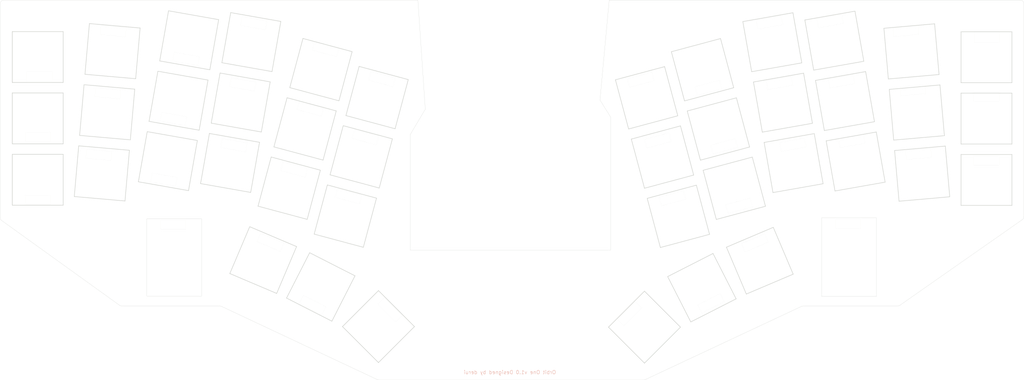
<source format=kicad_pcb>
(kicad_pcb (version 20241229) (generator "pcbnew") (generator_version "9.0")
  (layers (0 "F.Cu" signal) (2 "B.Cu" signal) (13 "F.Paste" user) (15 "B.Paste" user) (5 "F.SilkS" user "F.Silkscreen") (7 "B.SilkS" user "B.Silkscreen") (1 "F.Mask" user) (3 "B.Mask" user) (25 "Edge.Cuts" user))
  (net 0 "")
  (footprint "kbd_Parts:Diode_SMD_EdgeCuts" (layer "F.Cu") (at 193.034269 88.635332 -165)
    (property "Reference" "D24" (hide yes))
    (property "Value" "D" (hide yes))
    (fp_line (start 3.5 1.25) (end 3.5 -1.25) (stroke (width 0.01)) (layer "Edge.Cuts"))
    (fp_line (start 3.5 -1.25) (end -3.5 -1.25) (stroke (width 0.01)) (layer "Edge.Cuts"))
    (fp_line (start -3.5 1.25) (end 3.5 1.25) (stroke (width 0.01)) (layer "Edge.Cuts"))
    (fp_line (start -3.5 -1.25) (end -3.5 1.25) (stroke (width 0.01)) (layer "Edge.Cuts"))
  )
  (footprint "kicad-lib:SW_Hole_1u_17" (layer "F.Cu") (at 36.402092 64.802064 175)
    (property "Reference" "SW17" (hide yes))
    (property "Value" "SW_Push" (hide yes))
    (fp_line (start 7.025 -7.075) (end 7.025 7.025) (stroke (width 0.15)) (layer "Edge.Cuts"))
    (fp_line (start 7.025 7.025) (end -7.075 7.025) (stroke (width 0.15)) (layer "Edge.Cuts"))
    (fp_line (start -7.075 -7.075) (end 7.025 -7.075) (stroke (width 0.15)) (layer "Edge.Cuts"))
    (fp_line (start -7.075 7.025) (end -7.075 -7.075) (stroke (width 0.15)) (layer "Edge.Cuts"))
  )
  (footprint "kbd_Parts:Diode_SMD_EdgeCuts" (layer "F.Cu") (at 112.548319 55.63752 165)
    (property "Reference" "D1" (hide yes))
    (property "Value" "D" (hide yes))
    (fp_line (start 3.5 -1.25) (end -3.5 -1.25) (stroke (width 0.01)) (layer "Edge.Cuts"))
    (fp_line (start 3.5 1.25) (end 3.5 -1.25) (stroke (width 0.01)) (layer "Edge.Cuts"))
    (fp_line (start -3.5 -1.25) (end -3.5 1.25) (stroke (width 0.01)) (layer "Edge.Cuts"))
    (fp_line (start -3.5 1.25) (end 3.5 1.25) (stroke (width 0.01)) (layer "Edge.Cuts"))
  )
  (footprint "kbd_Parts:Diode_SMD_EdgeCuts" (layer "F.Cu") (at 92.734999 63.785002 165)
    (property "Reference" "D6" (hide yes))
    (property "Value" "D" (hide yes))
    (fp_line (start 3.5 -1.25) (end -3.5 -1.25) (stroke (width 0.01)) (layer "Edge.Cuts"))
    (fp_line (start 3.5 1.25) (end 3.5 -1.25) (stroke (width 0.01)) (layer "Edge.Cuts"))
    (fp_line (start -3.5 -1.25) (end -3.5 1.25) (stroke (width 0.01)) (layer "Edge.Cuts"))
    (fp_line (start -3.5 1.25) (end 3.5 1.25) (stroke (width 0.01)) (layer "Edge.Cuts"))
  )
  (footprint "kicad-lib:SW_Hole_1u_17" (layer "F.Cu") (at 194.63455 93.641738 -165)
    (property "Reference" "SW24" (hide yes))
    (property "Value" "SW_Push" (hide yes))
    (fp_line (start 7.025 7.025) (end -7.075 7.025) (stroke (width 0.15)) (layer "Edge.Cuts"))
    (fp_line (start 7.025 -7.075) (end 7.025 7.025) (stroke (width 0.15)) (layer "Edge.Cuts"))
    (fp_line (start -7.075 7.025) (end -7.075 -7.075) (stroke (width 0.15)) (layer "Edge.Cuts"))
    (fp_line (start -7.075 -7.075) (end 7.025 -7.075) (stroke (width 0.15)) (layer "Edge.Cuts"))
  )
  (footprint "kbd_Parts:Diode_SMD_EdgeCuts" (layer "F.Cu") (at 17.2 71.55 180)
    (property "Reference" "D20" (hide yes))
    (property "Value" "D" (hide yes))
    (fp_line (start 3.5 1.25) (end 3.5 -1.25) (stroke (width 0.01)) (layer "Edge.Cuts"))
    (fp_line (start 3.5 -1.25) (end -3.5 -1.25) (stroke (width 0.01)) (layer "Edge.Cuts"))
    (fp_line (start -3.5 1.25) (end 3.5 1.25) (stroke (width 0.01)) (layer "Edge.Cuts"))
    (fp_line (start -3.5 -1.25) (end -3.5 1.25) (stroke (width 0.01)) (layer "Edge.Cuts"))
  )
  (footprint "kicad-lib:SW_Hole_1u_17" (layer "F.Cu") (at 240.796445 61.702374 -170)
    (property "Reference" "SW35" (hide yes))
    (property "Value" "SW_Push" (hide yes))
    (fp_line (start 7.025 7.025) (end -7.075 7.025) (stroke (width 0.15)) (layer "Edge.Cuts"))
    (fp_line (start 7.025 -7.075) (end 7.025 7.025) (stroke (width 0.15)) (layer "Edge.Cuts"))
    (fp_line (start -7.075 7.025) (end -7.075 -7.075) (stroke (width 0.15)) (layer "Edge.Cuts"))
    (fp_line (start -7.075 -7.075) (end 7.025 -7.075) (stroke (width 0.15)) (layer "Edge.Cuts"))
  )
  (footprint "kbd_Parts:Diode_SMD_EdgeCuts" (layer "F.Cu") (at 215.841578 101.021281 -157)
    (property "Reference" "D33" (hide yes))
    (property "Value" "D" (hide yes))
    (fp_line (start 3.5 1.25) (end 3.5 -1.25) (stroke (width 0.01)) (layer "Edge.Cuts"))
    (fp_line (start 3.5 -1.25) (end -3.5 -1.25) (stroke (width 0.01)) (layer "Edge.Cuts"))
    (fp_line (start -3.5 1.25) (end 3.5 1.25) (stroke (width 0.01)) (layer "Edge.Cuts"))
    (fp_line (start -3.5 -1.25) (end -3.5 1.25) (stroke (width 0.01)) (layer "Edge.Cuts"))
  )
  (footprint "kbd_Parts:Diode_SMD_EdgeCuts" (layer "F.Cu") (at 38.114049 42.365896 175)
    (property "Reference" "D16" (hide yes))
    (property "Value" "D" (hide yes))
    (fp_line (start 3.5 -1.25) (end -3.5 -1.25) (stroke (width 0.01)) (layer "Edge.Cuts"))
    (fp_line (start 3.5 1.25) (end 3.5 -1.25) (stroke (width 0.01)) (layer "Edge.Cuts"))
    (fp_line (start -3.5 -1.25) (end -3.5 1.25) (stroke (width 0.01)) (layer "Edge.Cuts"))
    (fp_line (start -3.5 1.25) (end 3.5 1.25) (stroke (width 0.01)) (layer "Edge.Cuts"))
  )
  (footprint "kicad-lib:SW_Hole_1u_17" (layer "F.Cu") (at 262.182694 81.809278 -175)
    (property "Reference" "SW39" (hide yes))
    (property "Value" "SW_Push" (hide yes))
    (fp_line (start 7.025 7.025) (end -7.075 7.025) (stroke (width 0.15)) (layer "Edge.Cuts"))
    (fp_line (start 7.025 -7.075) (end 7.025 7.025) (stroke (width 0.15)) (layer "Edge.Cuts"))
    (fp_line (start -7.075 7.025) (end -7.075 -7.075) (stroke (width 0.15)) (layer "Edge.Cuts"))
    (fp_line (start -7.075 -7.075) (end 7.025 -7.075) (stroke (width 0.15)) (layer "Edge.Cuts"))
  )
  (footprint "kbd_Parts:Diode_SMD_EdgeCuts" (layer "F.Cu") (at 241.75 95.75 180)
    (property "Reference" "D46" (hide yes))
    (property "Value" "D" (hide yes))
    (fp_line (start 3.5 1.25) (end 3.5 -1.25) (stroke (width 0.01)) (layer "Edge.Cuts"))
    (fp_line (start 3.5 -1.25) (end -3.5 -1.25) (stroke (width 0.01)) (layer "Edge.Cuts"))
    (fp_line (start -3.5 1.25) (end 3.5 1.25) (stroke (width 0.01)) (layer "Edge.Cuts"))
    (fp_line (start -3.5 -1.25) (end -3.5 1.25) (stroke (width 0.01)) (layer "Edge.Cuts"))
  )
  (footprint "kicad-lib:SW_Hole_1u_17" (layer "F.Cu") (at 220.659892 45.401401 -170)
    (property "Reference" "SW30" (hide yes))
    (property "Value" "SW_Push" (hide yes))
    (fp_line (start 7.025 7.025) (end -7.075 7.025) (stroke (width 0.15)) (layer "Edge.Cuts"))
    (fp_line (start 7.025 -7.075) (end 7.025 7.025) (stroke (width 0.15)) (layer "Edge.Cuts"))
    (fp_line (start -7.075 7.025) (end -7.075 -7.075) (stroke (width 0.15)) (layer "Edge.Cuts"))
    (fp_line (start -7.075 -7.075) (end 7.025 -7.075) (stroke (width 0.15)) (layer "Edge.Cuts"))
  )
  (footprint "kicad-lib:SW_Hole_1u_17" (layer "F.Cu") (at 59.159752 44.912889 -10)
    (property "Reference" "SW13" (hide yes))
    (property "Value" "SW_Push" (hide yes))
    (fp_line (start -7.075 7.025) (end -7.075 -7.075) (stroke (width 0.15)) (layer "Edge.Cuts"))
    (fp_line (start -7.075 -7.075) (end 7.025 -7.075) (stroke (width 0.15)) (layer "Edge.Cuts"))
    (fp_line (start 7.025 7.025) (end -7.075 7.025) (stroke (width 0.15)) (layer "Edge.Cuts"))
    (fp_line (start 7.025 -7.075) (end 7.025 7.025) (stroke (width 0.15)) (layer "Edge.Cuts"))
  )
  (footprint "kicad-lib:SW_Hole_1u_17" (layer "F.Cu") (at 79.629636 105.741602 157)
    (property "Reference" "SW12" (hide yes))
    (property "Value" "SW_Push" (hide yes))
    (fp_line (start 7.025 -7.075) (end 7.025 7.025) (stroke (width 0.15)) (layer "Edge.Cuts"))
    (fp_line (start 7.025 7.025) (end -7.075 7.025) (stroke (width 0.15)) (layer "Edge.Cuts"))
    (fp_line (start -7.075 -7.075) (end 7.025 -7.075) (stroke (width 0.15)) (layer "Edge.Cuts"))
    (fp_line (start -7.075 7.025) (end -7.075 -7.075) (stroke (width 0.15)) (layer "Edge.Cuts"))
  )
  (footprint "kbd_Parts:Diode_SMD_EdgeCuts" (layer "F.Cu") (at 93.345321 118.240328 153)
    (property "Reference" "D8" (hide yes))
    (property "Value" "D" (hide yes))
    (fp_line (start 3.5 -1.25) (end -3.5 -1.25) (stroke (width 0.01)) (layer "Edge.Cuts"))
    (fp_line (start 3.5 1.25) (end 3.5 -1.25) (stroke (width 0.01)) (layer "Edge.Cuts"))
    (fp_line (start -3.5 -1.25) (end -3.5 1.25) (stroke (width 0.01)) (layer "Edge.Cuts"))
    (fp_line (start -3.5 1.25) (end 3.5 1.25) (stroke (width 0.01)) (layer "Edge.Cuts"))
  )
  (footprint "kbd_Parts:Diode_SMD_EdgeCuts" (layer "F.Cu") (at 107.947469 71.745603 165)
    (property "Reference" "D2" (hide yes))
    (property "Value" "D" (hide yes))
    (fp_line (start 3.5 -1.25) (end -3.5 -1.25) (stroke (width 0.01)) (layer "Edge.Cuts"))
    (fp_line (start 3.5 1.25) (end 3.5 -1.25) (stroke (width 0.01)) (layer "Edge.Cuts"))
    (fp_line (start -3.5 -1.25) (end -3.5 1.25) (stroke (width 0.01)) (layer "Edge.Cuts"))
    (fp_line (start -3.5 1.25) (end 3.5 1.25) (stroke (width 0.01)) (layer "Edge.Cuts"))
  )
  (footprint "kbd_Parts:Diode_SMD_EdgeCuts" (layer "F.Cu") (at 81.693977 100.87832 157)
    (property "Reference" "D12" (hide yes))
    (property "Value" "D" (hide yes))
    (fp_line (start 3.5 -1.25) (end -3.5 -1.25) (stroke (width 0.01)) (layer "Edge.Cuts"))
    (fp_line (start 3.5 1.25) (end 3.5 -1.25) (stroke (width 0.01)) (layer "Edge.Cuts"))
    (fp_line (start -3.5 -1.25) (end -3.5 1.25) (stroke (width 0.01)) (layer "Edge.Cuts"))
    (fp_line (start -3.5 1.25) (end 3.5 1.25) (stroke (width 0.01)) (layer "Edge.Cuts"))
  )
  (footprint "kicad-lib:SW_Hole_1u_17" (layer "F.Cu") (at 243.748464 78.444105 -170)
    (property "Reference" "SW36" (hide yes))
    (property "Value" "SW_Push" (hide yes))
    (fp_line (start 7.025 7.025) (end -7.075 7.025) (stroke (width 0.15)) (layer "Edge.Cuts"))
    (fp_line (start 7.025 -7.075) (end 7.025 7.025) (stroke (width 0.15)) (layer "Edge.Cuts"))
    (fp_line (start -7.075 7.025) (end -7.075 -7.075) (stroke (width 0.15)) (layer "Edge.Cuts"))
    (fp_line (start -7.075 -7.075) (end 7.025 -7.075) (stroke (width 0.15)) (layer "Edge.Cuts"))
  )
  (footprint "kicad-lib:SW_Hole_1u_17" (layer "F.Cu") (at 259.219399 47.938658 -175)
    (property "Reference" "SW37" (hide yes))
    (property "Value" "SW_Push" (hide yes))
    (fp_line (start 7.025 7.025) (end -7.075 7.025) (stroke (width 0.15)) (layer "Edge.Cuts"))
    (fp_line (start 7.025 -7.075) (end 7.025 7.025) (stroke (width 0.15)) (layer "Edge.Cuts"))
    (fp_line (start -7.075 7.025) (end -7.075 -7.075) (stroke (width 0.15)) (layer "Edge.Cuts"))
    (fp_line (start -7.075 -7.075) (end 7.025 -7.075) (stroke (width 0.15)) (layer "Edge.Cuts"))
  )
  (footprint "kicad-lib:SW_Hole_1u_17" (layer "F.Cu") (at 86.828443 85.828565 165)
    (property "Reference" "SW7" (hide yes))
    (property "Value" "SW_Push" (hide yes))
    (fp_line (start 7.025 -7.075) (end 7.025 7.025) (stroke (width 0.15)) (layer "Edge.Cuts"))
    (fp_line (start 7.025 7.025) (end -7.075 7.025) (stroke (width 0.15)) (layer "Edge.Cuts"))
    (fp_line (start -7.075 -7.075) (end 7.025 -7.075) (stroke (width 0.15)) (layer "Edge.Cuts"))
    (fp_line (start -7.075 7.025) (end -7.075 -7.075) (stroke (width 0.15)) (layer "Edge.Cuts"))
  )
  (footprint "kbd_Parts:Diode_SMD_EdgeCuts" (layer "F.Cu") (at 52.081921 83.469599 170)
    (property "Reference" "D15" (hide yes))
    (property "Value" "D" (hide yes))
    (fp_line (start 3.5 -1.25) (end -3.5 -1.25) (stroke (width 0.01)) (layer "Edge.Cuts"))
    (fp_line (start 3.5 1.25) (end 3.5 -1.25) (stroke (width 0.01)) (layer "Edge.Cuts"))
    (fp_line (start -3.5 -1.25) (end -3.5 1.25) (stroke (width 0.01)) (layer "Edge.Cuts"))
    (fp_line (start -3.5 1.25) (end 3.5 1.25) (stroke (width 0.01)) (layer "Edge.Cuts"))
  )
  (footprint "kbd_Parts:Diode_SMD_EdgeCuts" (layer "F.Cu") (at 74.014306 57.127929 170)
    (property "Reference" "D10" (hide yes))
    (property "Value" "D" (hide yes))
    (fp_line (start 3.5 -1.25) (end -3.5 -1.25) (stroke (width 0.01)) (layer "Edge.Cuts"))
    (fp_line (start 3.5 1.25) (end 3.5 -1.25) (stroke (width 0.01)) (layer "Edge.Cuts"))
    (fp_line (start -3.5 -1.25) (end -3.5 1.25) (stroke (width 0.01)) (layer "Edge.Cuts"))
    (fp_line (start -3.5 1.25) (end 3.5 1.25) (stroke (width 0.01)) (layer "Edge.Cuts"))
  )
  (footprint "kbd_Parts:Diode_SMD_EdgeCuts" (layer "F.Cu") (at 280.1 44.25 180)
    (property "Reference" "D40" (hide yes))
    (property "Value" "D" (hide yes))
    (fp_line (start 3.5 1.25) (end 3.5 -1.25) (stroke (width 0.01)) (layer "Edge.Cuts"))
    (fp_line (start 3.5 -1.25) (end -3.5 -1.25) (stroke (width 0.01)) (layer "Edge.Cuts"))
    (fp_line (start -3.5 1.25) (end 3.5 1.25) (stroke (width 0.01)) (layer "Edge.Cuts"))
    (fp_line (start -3.5 -1.25) (end -3.5 1.25) (stroke (width 0.01)) (layer "Edge.Cuts"))
  )
  (footprint "kicad-lib:SW_Hole_1u_17" (layer "F.Cu") (at 280 66.55 180)
    (property "Reference" "SW41" (hide yes))
    (property "Value" "SW_Push" (hide yes))
    (fp_line (start 7.025 7.025) (end -7.075 7.025) (stroke (width 0.15)) (layer "Edge.Cuts"))
    (fp_line (start 7.025 -7.075) (end 7.025 7.025) (stroke (width 0.15)) (layer "Edge.Cuts"))
    (fp_line (start -7.075 7.025) (end -7.075 -7.075) (stroke (width 0.15)) (layer "Edge.Cuts"))
    (fp_line (start -7.075 -7.075) (end 7.025 -7.075) (stroke (width 0.15)) (layer "Edge.Cuts"))
  )
  (footprint "kicad-lib:SW_Hole_1u_17" (layer "F.Cu") (at 111.184037 60.729085 165)
    (property "Reference" "SW1" (hide yes))
    (property "Value" "SW_Push" (hide yes))
    (fp_line (start 7.025 -7.075) (end 7.025 7.025) (stroke (width 0.15)) (layer "Edge.Cuts"))
    (fp_line (start 7.025 7.025) (end -7.075 7.025) (stroke (width 0.15)) (layer "Edge.Cuts"))
    (fp_line (start -7.075 -7.075) (end 7.025 -7.075) (stroke (width 0.15)) (layer "Edge.Cuts"))
    (fp_line (start -7.075 7.025) (end -7.075 -7.075) (stroke (width 0.15)) (layer "Edge.Cuts"))
  )
  (footprint "kicad-lib:SW_Hole_1u_17" (layer "F.Cu") (at 73.392267 62.09538 170)
    (property "Reference" "SW10" (hide yes))
    (property "Value" "SW_Push" (hide yes))
    (fp_line (start 7.025 -7.075) (end 7.025 7.025) (stroke (width 0.15)) (layer "Edge.Cuts"))
    (fp_line (start 7.025 7.025) (end -7.075 7.025) (stroke (width 0.15)) (layer "Edge.Cuts"))
    (fp_line (start -7.075 -7.075) (end 7.025 -7.075) (stroke (width 0.15)) (layer "Edge.Cuts"))
    (fp_line (start -7.075 7.025) (end -7.075 -7.075) (stroke (width 0.15)) (layer "Edge.Cuts"))
  )
  (footprint "kbd_Parts:Diode_SMD_EdgeCuts" (layer "F.Cu") (at 77.009737 40.139995 170)
    (property "Reference" "D9" (hide yes))
    (property "Value" "D" (hide yes))
    (fp_line (start 3.5 -1.25) (end -3.5 -1.25) (stroke (width 0.01)) (layer "Edge.Cuts"))
    (fp_line (start 3.5 1.25) (end 3.5 -1.25) (stroke (width 0.01)) (layer "Edge.Cuts"))
    (fp_line (start -3.5 -1.25) (end -3.5 1.25) (stroke (width 0.01)) (layer "Edge.Cuts"))
    (fp_line (start -3.5 1.25) (end 3.5 1.25) (stroke (width 0.01)) (layer "Edge.Cuts"))
  )
  (footprint "kicad-lib:SW_Hole_1u_17" (layer "F.Cu") (at 185.242242 124.358398 -135)
    (property "Reference" "SW25" (hide yes))
    (property "Value" "SW_Push" (hide yes))
    (fp_line (start 7.025 7.025) (end -7.075 7.025001) (stroke (width 0.15)) (layer "Edge.Cuts"))
    (fp_line (start -7.075 7.025001) (end -7.075 -7.075) (stroke (width 0.15)) (layer "Edge.Cuts"))
    (fp_line (start 7.025001 -7.075) (end 7.025 7.025) (stroke (width 0.15)) (layer "Edge.Cuts"))
    (fp_line (start -7.075 -7.075) (end 7.025001 -7.075) (stroke (width 0.15)) (layer "Edge.Cuts"))
  )
  (footprint "kbd_Parts:Diode_SMD_EdgeCuts" (layer "F.Cu") (at 222.656846 56.72669 -170)
    (property "Reference" "D31" (hide yes))
    (property "Value" "D" (hide yes))
    (fp_line (start 3.5 1.25) (end 3.5 -1.25) (stroke (width 0.01)) (layer "Edge.Cuts"))
    (fp_line (start 3.5 -1.25) (end -3.5 -1.25) (stroke (width 0.01)) (layer "Edge.Cuts"))
    (fp_line (start -3.5 1.25) (end 3.5 1.25) (stroke (width 0.01)) (layer "Edge.Cuts"))
    (fp_line (start -3.5 -1.25) (end -3.5 1.25) (stroke (width 0.01)) (layer "Edge.Cuts"))
  )
  (footprint "kicad-lib:SW_Hole_1u_17" (layer "F.Cu") (at 102.38419 93.570563 165)
    (property "Reference" "SW3" (hide yes))
    (property "Value" "SW_Push" (hide yes))
    (fp_line (start 7.025 -7.075) (end 7.025 7.025) (stroke (width 0.15)) (layer "Edge.Cuts"))
    (fp_line (start 7.025 7.025) (end -7.075 7.025) (stroke (width 0.15)) (layer "Edge.Cuts"))
    (fp_line (start -7.075 -7.075) (end 7.025 -7.075) (stroke (width 0.15)) (layer "Edge.Cuts"))
    (fp_line (start -7.075 7.025) (end -7.075 -7.075) (stroke (width 0.15)) (layer "Edge.Cuts"))
  )
  (footprint "kbd_Parts:Diode_SMD_EdgeCuts" (layer "F.Cu") (at 189.005236 72.632851 -165)
    (property "Reference" "D23" (hide yes))
    (property "Value" "D" (hide yes))
    (fp_line (start 3.5 1.25) (end 3.5 -1.25) (stroke (width 0.01)) (layer "Edge.Cuts"))
    (fp_line (start 3.5 -1.25) (end -3.5 -1.25) (stroke (width 0.01)) (layer "Edge.Cuts"))
    (fp_line (start -3.5 1.25) (end 3.5 1.25) (stroke (width 0.01)) (layer "Edge.Cuts"))
    (fp_line (start -3.5 -1.25) (end -3.5 1.25) (stroke (width 0.01)) (layer "Edge.Cuts"))
  )
  (footprint "kicad-lib:SW_Hole_1u_17" (layer "F.Cu") (at 17.2 83.55)
    (property "Reference" "SW21" (hide yes))
    (property "Value" "SW_Push" (hide yes))
    (fp_line (start -7.075 -7.075) (end 7.025 -7.075) (stroke (width 0.15)) (layer "Edge.Cuts"))
    (fp_line (start -7.075 7.025) (end -7.075 -7.075) (stroke (width 0.15)) (layer "Edge.Cuts"))
    (fp_line (start 7.025 -7.075) (end 7.025 7.025) (stroke (width 0.15)) (layer "Edge.Cuts"))
    (fp_line (start 7.025 7.025) (end -7.075 7.025) (stroke (width 0.15)) (layer "Edge.Cuts"))
  )
  (footprint "kicad-lib:SW_Hole_1u_17" (layer "F.Cu") (at 106.784115 77.149824 165)
    (property "Reference" "SW2" (hide yes))
    (property "Value" "SW_Push" (hide yes))
    (fp_line (start 7.025 -7.075) (end 7.025 7.025) (stroke (width 0.15)) (layer "Edge.Cuts"))
    (fp_line (start 7.025 7.025) (end -7.075 7.025) (stroke (width 0.15)) (layer "Edge.Cuts"))
    (fp_line (start -7.075 -7.075) (end 7.025 -7.075) (stroke (width 0.15)) (layer "Edge.Cuts"))
    (fp_line (start -7.075 7.025) (end -7.075 -7.075) (stroke (width 0.15)) (layer "Edge.Cuts"))
  )
  (footprint "kicad-lib:SW_Hole_1u_17" (layer "F.Cu") (at 210.190297 85.89974 15)
    (property "Reference" "SW28" (hide yes))
    (property "Value" "SW_Push" (hide yes))
    (fp_line (start -7.075 -7.075) (end 7.025 -7.075) (stroke (width 0.15)) (layer "Edge.Cuts"))
    (fp_line (start -7.075 7.025) (end -7.075 -7.075) (stroke (width 0.15)) (layer "Edge.Cuts"))
    (fp_line (start 7.025 -7.075) (end 7.025 7.025) (stroke (width 0.15)) (layer "Edge.Cuts"))
    (fp_line (start 7.025 7.025) (end -7.075 7.025) (stroke (width 0.15)) (layer "Edge.Cuts"))
  )
  (footprint "kbd_Parts:Diode_SMD_EdgeCuts" (layer "F.Cu") (at 219.951028 39.941546 -170)
    (property "Reference" "D30" (hide yes))
    (property "Value" "D" (hide yes))
    (fp_line (start 3.5 1.25) (end 3.5 -1.25) (stroke (width 0.01)) (layer "Edge.Cuts"))
    (fp_line (start 3.5 -1.25) (end -3.5 -1.25) (stroke (width 0.01)) (layer "Edge.Cuts"))
    (fp_line (start -3.5 1.25) (end 3.5 1.25) (stroke (width 0.01)) (layer "Edge.Cuts"))
    (fp_line (start -3.5 -1.25) (end -3.5 1.25) (stroke (width 0.01)) (layer "Edge.Cuts"))
  )
  (footprint "kbd_Parts:Diode_SMD_EdgeCuts" (layer "F.Cu") (at 103.306065 88.101637 165)
    (property "Reference" "D3" (hide yes))
    (property "Value" "D" (hide yes))
    (fp_line (start 3.5 -1.25) (end -3.5 -1.25) (stroke (width 0.01)) (layer "Edge.Cuts"))
    (fp_line (start 3.5 1.25) (end 3.5 -1.25) (stroke (width 0.01)) (layer "Edge.Cuts"))
    (fp_line (start -3.5 -1.25) (end -3.5 1.25) (stroke (width 0.01)) (layer "Edge.Cuts"))
    (fp_line (start -3.5 1.25) (end 3.5 1.25) (stroke (width 0.01)) (layer "Edge.Cuts"))
  )
  (footprint "kbd_Parts:Diode_SMD_EdgeCuts" (layer "F.Cu") (at 261.20524 76.373785 -175)
    (property "Reference" "D39" (hide yes))
    (property "Value" "D" (hide yes))
    (fp_line (start 3.5 1.25) (end 3.5 -1.25) (stroke (width 0.01)) (layer "Edge.Cuts"))
    (fp_line (start 3.5 -1.25) (end -3.5 -1.25) (stroke (width 0.01)) (layer "Edge.Cuts"))
    (fp_line (start -3.5 1.25) (end 3.5 1.25) (stroke (width 0.01)) (layer "Edge.Cuts"))
    (fp_line (start -3.5 -1.25) (end -3.5 1.25) (stroke (width 0.01)) (layer "Edge.Cuts"))
  )
  (footprint "kicad-lib:SW_Hole_1u_17" (layer "F.Cu") (at 226.56393 78.884865 -170)
    (property "Reference" "SW32" (hide yes))
    (property "Value" "SW_Push" (hide yes))
    (fp_line (start 7.025 7.025) (end -7.075 7.025) (stroke (width 0.15)) (layer "Edge.Cuts"))
    (fp_line (start 7.025 -7.075) (end 7.025 7.025) (stroke (width 0.15)) (layer "Edge.Cuts"))
    (fp_line (start -7.075 7.025) (end -7.075 -7.075) (stroke (width 0.15)) (layer "Edge.Cuts"))
    (fp_line (start -7.075 -7.075) (end 7.025 -7.075) (stroke (width 0.15)) (layer "Edge.Cuts"))
  )
  (footprint "kbd_Parts:Diode_SMD_EdgeCuts" (layer "F.Cu") (at 71.554691 73.956485 170)
    (property "Reference" "D11" (hide yes))
    (property "Value" "D" (hide yes))
    (fp_line (start 3.5 -1.25) (end -3.5 -1.25) (stroke (width 0.01)) (layer "Edge.Cuts"))
    (fp_line (start 3.5 1.25) (end 3.5 -1.25) (stroke (width 0.01)) (layer "Edge.Cuts"))
    (fp_line (start -3.5 -1.25) (end -3.5 1.25) (stroke (width 0.01)) (layer "Edge.Cuts"))
    (fp_line (start -3.5 1.25) (end 3.5 1.25) (stroke (width 0.01)) (layer "Edge.Cuts"))
  )
  (footprint "kicad-lib:SW_Hole_1u_17" (layer "F.Cu") (at 70.440248 78.837111 170)
    (property "Reference" "SW11" (hide yes))
    (property "Value" "SW_Push" (hide yes))
    (fp_line (start 7.025 -7.075) (end 7.025 7.025) (stroke (width 0.15)) (layer "Edge.Cuts"))
    (fp_line (start 7.025 7.025) (end -7.075 7.025) (stroke (width 0.15)) (layer "Edge.Cuts"))
    (fp_line (start -7.075 -7.075) (end 7.025 -7.075) (stroke (width 0.15)) (layer "Edge.Cuts"))
    (fp_line (start -7.075 7.025) (end -7.075 -7.075) (stroke (width 0.15)) (layer "Edge.Cuts"))
  )
  (footprint "kicad-lib:SW_Hole_1u_17" (layer "F.Cu") (at 17.2 49.55)
    (property "Reference" "SW19" (hide yes))
    (property "Value" "SW_Push" (hide yes))
    (fp_line (start -7.075 -7.075) (end 7.025 -7.075) (stroke (width 0.15)) (layer "Edge.Cuts"))
    (fp_line (start -7.075 7.025) (end -7.075 -7.075) (stroke (width 0.15)) (layer "Edge.Cuts"))
    (fp_line (start 7.025 -7.075) (end 7.025 7.025) (stroke (width 0.15)) (layer "Edge.Cuts"))
    (fp_line (start 7.025 7.025) (end -7.075 7.025) (stroke (width 0.15)) (layer "Edge.Cuts"))
  )
  (footprint "kicad-lib:SW_Hole_1u_17" (layer "F.Cu") (at 91.228367 69.407826 165)
    (property "Reference" "SW6" (hide yes))
    (property "Value" "SW_Push" (hide yes))
    (fp_line (start 7.025 -7.075) (end 7.025 7.025) (stroke (width 0.15)) (layer "Edge.Cuts"))
    (fp_line (start 7.025 7.025) (end -7.075 7.025) (stroke (width 0.15)) (layer "Edge.Cuts"))
    (fp_line (start -7.075 -7.075) (end 7.025 -7.075) (stroke (width 0.15)) (layer "Edge.Cuts"))
    (fp_line (start -7.075 7.025) (end -7.075 -7.075) (stroke (width 0.15)) (layer "Edge.Cuts"))
  )
  (footprint "kbd_Parts:Diode_SMD_EdgeCuts" (layer "F.Cu") (at 236.721944 39.573719 -170)
    (property "Reference" "D34" (hide yes))
    (property "Value" "D" (hide yes))
    (fp_line (start 3.5 1.25) (end 3.5 -1.25) (stroke (width 0.01)) (layer "Edge.Cuts"))
    (fp_line (start 3.5 -1.25) (end -3.5 -1.25) (stroke (width 0.01)) (layer "Edge.Cuts"))
    (fp_line (start -3.5 1.25) (end 3.5 1.25) (stroke (width 0.01)) (layer "Edge.Cuts"))
    (fp_line (start -3.5 -1.25) (end -3.5 1.25) (stroke (width 0.01)) (layer "Edge.Cuts"))
  )
  (footprint "kbd_Parts:Diode_SMD_EdgeCuts" (layer "F.Cu") (at 54.787738 66.684455 170)
    (property "Reference" "D14" (hide yes))
    (property "Value" "D" (hide yes))
    (fp_line (start 3.5 -1.25) (end -3.5 -1.25) (stroke (width 0.01)) (layer "Edge.Cuts"))
    (fp_line (start 3.5 1.25) (end 3.5 -1.25) (stroke (width 0.01)) (layer "Edge.Cuts"))
    (fp_line (start -3.5 -1.25) (end -3.5 1.25) (stroke (width 0.01)) (layer "Edge.Cuts"))
    (fp_line (start -3.5 1.25) (end 3.5 1.25) (stroke (width 0.01)) (layer "Edge.Cuts"))
  )
  (footprint "kbd_Parts:Diode_SMD_EdgeCuts" (layer "F.Cu") (at 242.725367 72.785802 -170)
    (property "Reference" "D36" (hide yes))
    (property "Value" "D" (hide yes))
    (fp_line (start 3.5 1.25) (end 3.5 -1.25) (stroke (width 0.01)) (layer "Edge.Cuts"))
    (fp_line (start 3.5 -1.25) (end -3.5 -1.25) (stroke (width 0.01)) (layer "Edge.Cuts"))
    (fp_line (start -3.5 1.25) (end 3.5 1.25) (stroke (width 0.01)) (layer "Edge.Cuts"))
    (fp_line (start -3.5 -1.25) (end -3.5 1.25) (stroke (width 0.01)) (layer "Edge.Cuts"))
  )
  (footprint "kicad-lib:SW_Hole_1u_17" (layer "F.Cu") (at 95.628292 52.987087 165)
    (property "Reference" "SW5" (hide yes))
    (property "Value" "SW_Push" (hide yes))
    (fp_line (start 7.025 -7.075) (end 7.025 7.025) (stroke (width 0.15)) (layer "Edge.Cuts"))
    (fp_line (start 7.025 7.025) (end -7.075 7.025) (stroke (width 0.15)) (layer "Edge.Cuts"))
    (fp_line (start -7.075 -7.075) (end 7.025 -7.075) (stroke (width 0.15)) (layer "Edge.Cuts"))
    (fp_line (start -7.075 7.025) (end -7.075 -7.075) (stroke (width 0.15)) (layer "Edge.Cuts"))
  )
  (footprint "kicad-lib:SW_Hole_1u_17" (layer "F.Cu") (at 237.844426 44.960642 -170)
    (property "Reference" "SW34" (hide yes))
    (property "Value" "SW_Push" (hide yes))
    (fp_line (start 7.025 7.025) (end -7.075 7.025) (stroke (width 0.15)) (layer "Edge.Cuts"))
    (fp_line (start 7.025 -7.075) (end 7.025 7.025) (stroke (width 0.15)) (layer "Edge.Cuts"))
    (fp_line (start -7.075 7.025) (end -7.075 -7.075) (stroke (width 0.15)) (layer "Edge.Cuts"))
    (fp_line (start -7.075 -7.075) (end 7.025 -7.075) (stroke (width 0.15)) (layer "Edge.Cuts"))
  )
  (footprint "kicad-lib:SW_Hole_1u_17" (layer "F.Cu") (at 34.920446 81.737374 175)
    (property "Reference" "SW18" (hide yes))
    (property "Value" "SW_Push" (hide yes))
    (fp_line (start 7.025 -7.075) (end 7.025 7.025) (stroke (width 0.15)) (layer "Edge.Cuts"))
    (fp_line (start 7.025 7.025) (end -7.075 7.025) (stroke (width 0.15)) (layer "Edge.Cuts"))
    (fp_line (start -7.075 -7.075) (end 7.025 -7.075) (stroke (width 0.15)) (layer "Edge.Cuts"))
    (fp_line (start -7.075 7.025) (end -7.075 -7.075) (stroke (width 0.15)) (layer "Edge.Cuts"))
  )
  (footprint "kicad-lib:SW_Hole_1u_17" (layer "F.Cu") (at 17.2 66.55)
    (property "Reference" "SW20" (hide yes))
    (property "Value" "SW_Push" (hide yes))
    (fp_line (start -7.075 -7.075) (end 7.025 -7.075) (stroke (width 0.15)) (layer "Edge.Cuts"))
    (fp_line (start -7.075 7.025) (end -7.075 -7.075) (stroke (width 0.15)) (layer "Edge.Cuts"))
    (fp_line (start 7.025 -7.075) (end 7.025 7.025) (stroke (width 0.15)) (layer "Edge.Cuts"))
    (fp_line (start 7.025 7.025) (end -7.075 7.025) (stroke (width 0.15)) (layer "Edge.Cuts"))
  )
  (footprint "kbd_Parts:Diode_SMD_EdgeCuts" (layer "F.Cu") (at 202.990731 58.064668 -165)
    (property "Reference" "D26" (hide yes))
    (property "Value" "D" (hide yes))
    (fp_line (start 3.5 1.25) (end 3.5 -1.25) (stroke (width 0.01)) (layer "Edge.Cuts"))
    (fp_line (start 3.5 -1.25) (end -3.5 -1.25) (stroke (width 0.01)) (layer "Edge.Cuts"))
    (fp_line (start -3.5 1.25) (end 3.5 1.25) (stroke (width 0.01)) (layer "Edge.Cuts"))
    (fp_line (start -3.5 -1.25) (end -3.5 1.25) (stroke (width 0.01)) (layer "Edge.Cuts"))
  )
  (footprint "kbd_Parts:Diode_SMD_EdgeCuts" (layer "F.Cu") (at 239.81676 56.290272 -170)
    (property "Reference" "D35" (hide yes))
    (property "Value" "D" (hide yes))
    (fp_line (start 3.5 1.25) (end 3.5 -1.25) (stroke (width 0.01)) (layer "Edge.Cuts"))
    (fp_line (start 3.5 -1.25) (end -3.5 -1.25) (stroke (width 0.01)) (layer "Edge.Cuts"))
    (fp_line (start -3.5 1.25) (end 3.5 1.25) (stroke (width 0.01)) (layer "Edge.Cuts"))
    (fp_line (start -3.5 -1.25) (end -3.5 1.25) (stroke (width 0.01)) (layer "Edge.Cuts"))
  )
  (footprint "kbd_Parts:Diode_SMD_EdgeCuts" (layer "F.Cu") (at 211.484392 90.729369 -165)
    (property "Reference" "D28" (hide yes))
    (property "Value" "D" (hide yes))
    (fp_line (start 3.5 1.25) (end 3.5 -1.25) (stroke (width 0.01)) (layer "Edge.Cuts"))
    (fp_line (start 3.5 -1.25) (end -3.5 -1.25) (stroke (width 0.01)) (layer "Edge.Cuts"))
    (fp_line (start -3.5 1.25) (end 3.5 1.25) (stroke (width 0.01)) (layer "Edge.Cuts"))
    (fp_line (start -3.5 -1.25) (end -3.5 1.25) (stroke (width 0.01)) (layer "Edge.Cuts"))
  )
  (footprint "kicad-lib:SW_Hole_1u_17" (layer "F.Cu") (at 201.39045 53.058262 15)
    (property "Reference" "SW26" (hide yes))
    (property "Value" "SW_Push" (hide yes))
    (fp_line (start -7.075 -7.075) (end 7.025 -7.075) (stroke (width 0.15)) (layer "Edge.Cuts"))
    (fp_line (start -7.075 7.025) (end -7.075 -7.075) (stroke (width 0.15)) (layer "Edge.Cuts"))
    (fp_line (start 7.025 -7.075) (end 7.025 7.025) (stroke (width 0.15)) (layer "Edge.Cuts"))
    (fp_line (start 7.025 7.025) (end -7.075 7.025) (stroke (width 0.15)) (layer "Edge.Cuts"))
  )
  (footprint "kicad-lib:SW_Hole_1u_17" (layer "F.Cu") (at 223.611911 62.143133 -170)
    (property "Reference" "SW31" (hide yes))
    (property "Value" "SW_Push" (hide yes))
    (fp_line (start 7.025 7.025) (end -7.075 7.025) (stroke (width 0.15)) (layer "Edge.Cuts"))
    (fp_line (start 7.025 -7.075) (end 7.025 7.025) (stroke (width 0.15)) (layer "Edge.Cuts"))
    (fp_line (start -7.075 7.025) (end -7.075 -7.075) (stroke (width 0.15)) (layer "Edge.Cuts"))
    (fp_line (start -7.075 -7.075) (end 7.025 -7.075) (stroke (width 0.15)) (layer "Edge.Cuts"))
  )
  (footprint "kbd_Parts:Diode_SMD_EdgeCuts" (layer "F.Cu") (at 280 78.25 180)
    (property "Reference" "D42" (hide yes))
    (property "Value" "D" (hide yes))
    (fp_line (start 3.5 1.25) (end 3.5 -1.25) (stroke (width 0.01)) (layer "Edge.Cuts"))
    (fp_line (start 3.5 -1.25) (end -3.5 -1.25) (stroke (width 0.01)) (layer "Edge.Cuts"))
    (fp_line (start -3.5 1.25) (end 3.5 1.25) (stroke (width 0.01)) (layer "Edge.Cuts"))
    (fp_line (start -3.5 -1.25) (end -3.5 1.25) (stroke (width 0.01)) (layer "Edge.Cuts"))
  )
  (footprint "kicad-lib:SW_Hole_1u_17" (layer "F.Cu") (at 260.701046 64.873968 -175)
    (property "Reference" "SW38" (hide yes))
    (property "Value" "SW_Push" (hide yes))
    (fp_line (start 7.025 7.025) (end -7.075 7.025) (stroke (width 0.15)) (layer "Edge.Cuts"))
    (fp_line (start 7.025 -7.075) (end 7.025 7.025) (stroke (width 0.15)) (layer "Edge.Cuts"))
    (fp_line (start -7.075 7.025) (end -7.075 -7.075) (stroke (width 0.15)) (layer "Edge.Cuts"))
    (fp_line (start -7.075 -7.075) (end 7.025 -7.075) (stroke (width 0.15)) (layer "Edge.Cuts"))
  )
  (footprint "kbd_Parts:Diode_SMD_EdgeCuts" (layer "F.Cu") (at 54.75 96 180)
    (property "Reference" "D45" (hide yes))
    (property "Value" "D" (hide yes))
    (fp_line (start 3.5 1.25) (end 3.5 -1.25) (stroke (width 0.01)) (layer "Edge.Cuts"))
    (fp_line (start 3.5 -1.25) (end -3.5 -1.25) (stroke (width 0.01)) (layer "Edge.Cuts"))
    (fp_line (start -3.5 1.25) (end 3.5 1.25) (stroke (width 0.01)) (layer "Edge.Cuts"))
    (fp_line (start -3.5 -1.25) (end -3.5 1.25) (stroke (width 0.01)) (layer "Edge.Cuts"))
  )
  (footprint "kbd_Parts:Diode_SMD_EdgeCuts" (layer "F.Cu") (at 36.585708 59.548074 175)
    (property "Reference" "D17" (hide yes))
    (property "Value" "D" (hide yes))
    (fp_line (start 3.5 -1.25) (end -3.5 -1.25) (stroke (width 0.01)) (layer "Edge.Cuts"))
    (fp_line (start 3.5 1.25) (end 3.5 -1.25) (stroke (width 0.01)) (layer "Edge.Cuts"))
    (fp_line (start -3.5 -1.25) (end -3.5 1.25) (stroke (width 0.01)) (layer "Edge.Cuts"))
    (fp_line (start -3.5 1.25) (end 3.5 1.25) (stroke (width 0.01)) (layer "Edge.Cuts"))
  )
  (footprint "kbd_Parts:Diode_SMD_EdgeCuts" (layer "F.Cu") (at 280 60.5 180)
    (property "Reference" "D41" (hide yes))
    (property "Value" "D" (hide yes))
    (fp_line (start 3.5 1.25) (end 3.5 -1.25) (stroke (width 0.01)) (layer "Edge.Cuts"))
    (fp_line (start 3.5 -1.25) (end -3.5 -1.25) (stroke (width 0.01)) (layer "Edge.Cuts"))
    (fp_line (start -3.5 1.25) (end 3.5 1.25) (stroke (width 0.01)) (layer "Edge.Cuts"))
    (fp_line (start -3.5 -1.25) (end -3.5 1.25) (stroke (width 0.01)) (layer "Edge.Cuts"))
  )
  (footprint "kbd_Parts:Diode_SMD_EdgeCuts" (layer "F.Cu") (at 17.675 54.8 180)
    (property "Reference" "D19" (hide yes))
    (property "Value" "D" (hide yes))
    (fp_line (start 3.5 1.25) (end 3.5 -1.25) (stroke (width 0.01)) (layer "Edge.Cuts"))
    (fp_line (start 3.5 -1.25) (end -3.5 -1.25) (stroke (width 0.01)) (layer "Edge.Cuts"))
    (fp_line (start -3.5 1.25) (end 3.5 1.25) (stroke (width 0.01)) (layer "Edge.Cuts"))
    (fp_line (start -3.5 -1.25) (end -3.5 1.25) (stroke (width 0.01)) (layer "Edge.Cuts"))
  )
  (footprint "kicad-lib:SW_Hole_1u_17" (layer "F.Cu") (at 185.834703 60.80026 -165)
    (property "Reference" "SW22" (hide yes))
    (property "Value" "SW_Push" (hide yes))
    (fp_line (start 7.025 7.025) (end -7.075 7.025) (stroke (width 0.15)) (layer "Edge.Cuts"))
    (fp_line (start 7.025 -7.075) (end 7.025 7.025) (stroke (width 0.15)) (layer "Edge.Cuts"))
    (fp_line (start -7.075 7.025) (end -7.075 -7.075) (stroke (width 0.15)) (layer "Edge.Cuts"))
    (fp_line (start -7.075 -7.075) (end 7.025 -7.075) (stroke (width 0.15)) (layer "Edge.Cuts"))
  )
  (footprint "kicad-lib:SW_Hole_1u_17" (layer "F.Cu") (at 201.217017 113.444056 27)
    (property "Reference" "SW29" (hide yes))
    (property "Value" "SW_Push" (hide yes))
    (fp_line (start -7.075 -7.075) (end 7.025 -7.075) (stroke (width 0.15)) (layer "Edge.Cuts"))
    (fp_line (start -7.075 7.025) (end -7.075 -7.075) (stroke (width 0.15)) (layer "Edge.Cuts"))
    (fp_line (start 7.025 -7.075) (end 7.025 7.025) (stroke (width 0.15)) (layer "Edge.Cuts"))
    (fp_line (start 7.025 7.025) (end -7.075 7.025) (stroke (width 0.15)) (layer "Edge.Cuts"))
  )
  (footprint "kbd_Parts:Diode_SMD_EdgeCuts" (layer "F.Cu") (at 17.2 89.05 180)
    (property "Reference" "D21" (hide yes))
    (property "Value" "D" (hide yes))
    (fp_line (start 3.5 1.25) (end 3.5 -1.25) (stroke (width 0.01)) (layer "Edge.Cuts"))
    (fp_line (start 3.5 -1.25) (end -3.5 -1.25) (stroke (width 0.01)) (layer "Edge.Cuts"))
    (fp_line (start -3.5 1.25) (end 3.5 1.25) (stroke (width 0.01)) (layer "Edge.Cuts"))
    (fp_line (start -3.5 -1.25) (end -3.5 1.25) (stroke (width 0.01)) (layer "Edge.Cuts"))
  )
  (footprint "kicad-lib:SW_Hole_1u_17" (layer "F.Cu") (at 111.579185 124.170287 135)
    (property "Reference" "SW4" (hide yes))
    (property "Value" "SW_Push" (hide yes))
    (fp_line (start 7.025001 -7.075) (end 7.025 7.025) (stroke (width 0.15)) (layer "Edge.Cuts"))
    (fp_line (start 7.025 7.025) (end -7.075 7.025001) (stroke (width 0.15)) (layer "Edge.Cuts"))
    (fp_line (start -7.075 -7.075) (end 7.025001 -7.075) (stroke (width 0.15)) (layer "Edge.Cuts"))
    (fp_line (start -7.075 7.025001) (end -7.075 -7.075) (stroke (width 0.15)) (layer "Edge.Cuts"))
  )
  (footprint "kicad-lib:SW_Hole_1u_17" (layer "F.Cu") (at 37.88374 47.866754 175)
    (property "Reference" "SW16" (hide yes))
    (property "Value" "SW_Push" (hide yes))
    (fp_line (start 7.025 -7.075) (end 7.025 7.025) (stroke (width 0.15)) (layer "Edge.Cuts"))
    (fp_line (start 7.025 7.025) (end -7.075 7.025) (stroke (width 0.15)) (layer "Edge.Cuts"))
    (fp_line (start -7.075 -7.075) (end 7.025 -7.075) (stroke (width 0.15)) (layer "Edge.Cuts"))
    (fp_line (start -7.075 7.025) (end -7.075 -7.075) (stroke (width 0.15)) (layer "Edge.Cuts"))
  )
  (footprint "kicad-lib:SW_Hole_1u_17" (layer "F.Cu") (at 53.255714 78.396352 -10)
    (property "Reference" "SW15" (hide yes))
    (property "Value" "SW_Push" (hide yes))
    (fp_line (start -7.075 7.025) (end -7.075 -7.075) (stroke (width 0.15)) (layer "Edge.Cuts"))
    (fp_line (start -7.075 -7.075) (end 7.025 -7.075) (stroke (width 0.15)) (layer "Edge.Cuts"))
    (fp_line (start 7.025 7.025) (end -7.075 7.025) (stroke (width 0.15)) (layer "Edge.Cuts"))
    (fp_line (start 7.025 -7.075) (end 7.025 7.025) (stroke (width 0.15)) (layer "Edge.Cuts"))
  )
  (footprint "kicad-lib:SW_Hole_1u_17" (layer "F.Cu") (at 280 83.55 180)
    (property "Reference" "SW42" (hide yes))
    (property "Value" "SW_Push" (hide yes))
    (fp_line (start 7.025 7.025) (end -7.075 7.025) (stroke (width 0.15)) (layer "Edge.Cuts"))
    (fp_line (start 7.025 -7.075) (end 7.025 7.025) (stroke (width 0.15)) (layer "Edge.Cuts"))
    (fp_line (start -7.075 7.025) (end -7.075 -7.075) (stroke (width 0.15)) (layer "Edge.Cuts"))
    (fp_line (start -7.075 -7.075) (end 7.025 -7.075) (stroke (width 0.15)) (layer "Edge.Cuts"))
  )
  (footprint "kbd_Parts:Diode_SMD_EdgeCuts" (layer "F.Cu") (at 34.086075 76.645277 175)
    (property "Reference" "D18" (hide yes))
    (property "Value" "D" (hide yes))
    (fp_line (start 3.5 -1.25) (end -3.5 -1.25) (stroke (width 0.01)) (layer "Edge.Cuts"))
    (fp_line (start 3.5 1.25) (end 3.5 -1.25) (stroke (width 0.01)) (layer "Edge.Cuts"))
    (fp_line (start -3.5 -1.25) (end -3.5 1.25) (stroke (width 0.01)) (layer "Edge.Cuts"))
    (fp_line (start -3.5 1.25) (end 3.5 1.25) (stroke (width 0.01)) (layer "Edge.Cuts"))
  )
  (footprint "kbd_Parts:Diode_SMD_EdgeCuts" (layer "F.Cu") (at 181.143988 120.613698 -135)
    (property "Reference" "D25" (hide yes))
    (property "Value" "D" (hide yes))
    (fp_line (start 3.5 1.25) (end 3.5 -1.25) (stroke (width 0.01)) (layer "Edge.Cuts"))
    (fp_line (start 3.5 -1.25) (end -3.5 -1.25) (stroke (width 0.01)) (layer "Edge.Cuts"))
    (fp_line (start -3.5 1.25) (end 3.5 1.25) (stroke (width 0.01)) (layer "Edge.Cuts"))
    (fp_line (start -3.5 -1.25) (end -3.5 1.25) (stroke (width 0.01)) (layer "Edge.Cuts"))
  )
  (footprint "kicad-lib:SW_Hole_1u_17" (layer "F.Cu") (at 95.604411 113.255944 -27)
    (property "Reference" "SW8" (hide yes))
    (property "Value" "SW_Push" (hide yes))
    (fp_line (start -7.075 7.025) (end -7.075 -7.075) (stroke (width 0.15)) (layer "Edge.Cuts"))
    (fp_line (start -7.075 -7.075) (end 7.025 -7.075) (stroke (width 0.15)) (layer "Edge.Cuts"))
    (fp_line (start 7.025 7.025) (end -7.075 7.025) (stroke (width 0.15)) (layer "Edge.Cuts"))
    (fp_line (start 7.025 -7.075) (end 7.025 7.025) (stroke (width 0.15)) (layer "Edge.Cuts"))
  )
  (footprint "kbd_Parts:Diode_SMD_EdgeCuts" (layer "F.Cu") (at 58.256781 50.033889 170)
    (property "Reference" "D13" (hide yes))
    (property "Value" "D" (hide yes))
    (fp_line (start 3.5 -1.25) (end -3.5 -1.25) (stroke (width 0.01)) (layer "Edge.Cuts"))
    (fp_line (start 3.5 1.25) (end 3.5 -1.25) (stroke (width 0.01)) (layer "Edge.Cuts"))
    (fp_line (start -3.5 -1.25) (end -3.5 1.25) (stroke (width 0.01)) (layer "Edge.Cuts"))
    (fp_line (start -3.5 1.25) (end 3.5 1.25) (stroke (width 0.01)) (layer "Edge.Cuts"))
  )
  (footprint "kicad-lib:SW_Hole_1u_17" (layer "F.Cu") (at 205.790373 69.479001 15)
    (property "Reference" "SW27" (hide yes))
    (property "Value" "SW_Push" (hide yes))
    (fp_line (start -7.075 -7.075) (end 7.025 -7.075) (stroke (width 0.15)) (layer "Edge.Cuts"))
    (fp_line (start -7.075 7.025) (end -7.075 -7.075) (stroke (width 0.15)) (layer "Edge.Cuts"))
    (fp_line (start 7.025 -7.075) (end 7.025 7.025) (stroke (width 0.15)) (layer "Edge.Cuts"))
    (fp_line (start 7.025 7.025) (end -7.075 7.025) (stroke (width 0.15)) (layer "Edge.Cuts"))
  )
  (footprint "kbd_Parts:Diode_SMD_EdgeCuts" (layer "F.Cu") (at 88.205665 80.688704 165)
    (property "Reference" "D7" (hide yes))
    (property "Value" "D" (hide yes))
    (fp_line (start 3.5 -1.25) (end -3.5 -1.25) (stroke (width 0.01)) (layer "Edge.Cuts"))
    (fp_line (start 3.5 1.25) (end 3.5 -1.25) (stroke (width 0.01)) (layer "Edge.Cuts"))
    (fp_line (start -3.5 -1.25) (end -3.5 1.25) (stroke (width 0.01)) (layer "Edge.Cuts"))
    (fp_line (start -3.5 1.25) (end 3.5 1.25) (stroke (width 0.01)) (layer "Edge.Cuts"))
  )
  (footprint "kbd_Parts:Diode_SMD_EdgeCuts" (layer "F.Cu") (at 207.32595 74.243926 -165)
    (property "Reference" "D27" (hide yes))
    (property "Value" "D" (hide yes))
    (fp_line (start 3.5 1.25) (end 3.5 -1.25) (stroke (width 0.01)) (layer "Edge.Cuts"))
    (fp_line (start 3.5 -1.25) (end -3.5 -1.25) (stroke (width 0.01)) (layer "Edge.Cuts"))
    (fp_line (start -3.5 1.25) (end 3.5 1.25) (stroke (width 0.01)) (layer "Edge.Cuts"))
    (fp_line (start -3.5 -1.25) (end -3.5 1.25) (stroke (width 0.01)) (layer "Edge.Cuts"))
  )
  (footprint "kicad-lib:SW_Hole_1u_17" (layer "F.Cu") (at 280 49.55 180)
    (property "Reference" "SW40" (hide yes))
    (property "Value" "SW_Push" (hide yes))
    (fp_line (start 7.025 7.025) (end -7.075 7.025) (stroke (width 0.15)) (layer "Edge.Cuts"))
    (fp_line (start 7.025 -7.075) (end 7.025 7.025) (stroke (width 0.15)) (layer "Edge.Cuts"))
    (fp_line (start -7.075 7.025) (end -7.075 -7.075) (stroke (width 0.15)) (layer "Edge.Cuts"))
    (fp_line (start -7.075 -7.075) (end 7.025 -7.075) (stroke (width 0.15)) (layer "Edge.Cuts"))
  )
  (footprint "kbd_Parts:Diode_SMD_EdgeCuts" (layer "F.Cu") (at 96.951396 47.315088 165)
    (property "Reference" "D5" (hide yes))
    (property "Value" "D" (hide yes))
    (fp_line (start 3.5 -1.25) (end -3.5 -1.25) (stroke (width 0.01)) (layer "Edge.Cuts"))
    (fp_line (start 3.5 1.25) (end 3.5 -1.25) (stroke (width 0.01)) (layer "Edge.Cuts"))
    (fp_line (start -3.5 -1.25) (end -3.5 1.25) (stroke (width 0.01)) (layer "Edge.Cuts"))
    (fp_line (start -3.5 1.25) (end 3.5 1.25) (stroke (width 0.01)) (layer "Edge.Cuts"))
  )
  (footprint "kicad-lib:SW_Hole_1u_17" (layer "F.Cu") (at 190.234627 77.220999 -165)
    (property "Reference" "SW23" (hide yes))
    (property "Value" "SW_Push" (hide yes))
    (fp_line (start 7.025 7.025) (end -7.075 7.025) (stroke (width 0.15)) (layer "Edge.Cuts"))
    (fp_line (start 7.025 -7.075) (end 7.025 7.025) (stroke (width 0.15)) (layer "Edge.Cuts"))
    (fp_line (start -7.075 7.025) (end -7.075 -7.075) (stroke (width 0.15)) (layer "Edge.Cuts"))
    (fp_line (start -7.075 -7.075) (end 7.025 -7.075) (stroke (width 0.15)) (layer "Edge.Cuts"))
  )
  (footprint "kicad-lib:SW_Hole_1u_17" (layer "F.Cu") (at 76.344286 45.353648 170)
    (property "Reference" "SW9" (hide yes))
    (property "Value" "SW_Push" (hide yes))
    (fp_line (start 7.025 -7.075) (end 7.025 7.025) (stroke (width 0.15)) (layer "Edge.Cuts"))
    (fp_line (start 7.025 7.025) (end -7.075 7.025) (stroke (width 0.15)) (layer "Edge.Cuts"))
    (fp_line (start -7.075 -7.075) (end 7.025 -7.075) (stroke (width 0.15)) (layer "Edge.Cuts"))
    (fp_line (start -7.075 7.025) (end -7.075 -7.075) (stroke (width 0.15)) (layer "Edge.Cuts"))
  )
  (footprint "kbd_Parts:Diode_SMD_EdgeCuts" (layer "F.Cu") (at 257.722059 42.297694 -175)
    (property "Reference" "D37" (hide yes))
    (property "Value" "D" (hide yes))
    (fp_line (start 3.5 1.25) (end 3.5 -1.25) (stroke (width 0.01)) (layer "Edge.Cuts"))
    (fp_line (start 3.5 -1.25) (end -3.5 -1.25) (stroke (width 0.01)) (layer "Edge.Cuts"))
    (fp_line (start -3.5 1.25) (end 3.5 1.25) (stroke (width 0.01)) (layer "Edge.Cuts"))
    (fp_line (start -3.5 -1.25) (end -3.5 1.25) (stroke (width 0.01)) (layer "Edge.Cuts"))
  )
  (footprint "kicad-lib:SW_Hole_1u_17" (layer "F.Cu") (at 217.191791 105.929713 -157)
    (property "Reference" "SW33" (hide yes))
    (property "Value" "SW_Push" (hide yes))
    (fp_line (start 7.025 7.025) (end -7.075 7.025) (stroke (width 0.15)) (layer "Edge.Cuts"))
    (fp_line (start 7.025 -7.075) (end 7.025 7.025) (stroke (width 0.15)) (layer "Edge.Cuts"))
    (fp_line (start -7.075 7.025) (end -7.075 -7.075) (stroke (width 0.15)) (layer "Edge.Cuts"))
    (fp_line (start -7.075 -7.075) (end 7.025 -7.075) (stroke (width 0.15)) (layer "Edge.Cuts"))
  )
  (footprint "kbd_Parts:Diode_SMD_EdgeCuts" (layer "F.Cu") (at 114.767018 119.532885 135)
    (property "Reference" "D4" (hide yes))
    (property "Value" "D" (hide yes))
    (fp_line (start 3.5 -1.25) (end -3.5 -1.25) (stroke (width 0.01)) (layer "Edge.Cuts"))
    (fp_line (start 3.5 1.25) (end 3.5 -1.25) (stroke (width 0.01)) (layer "Edge.Cuts"))
    (fp_line (start -3.5 -1.25) (end -3.5 1.25) (stroke (width 0.01)) (layer "Edge.Cuts"))
    (fp_line (start -3.5 1.25) (end 3.5 1.25) (stroke (width 0.01)) (layer "Edge.Cuts"))
  )
  (footprint "kbd_Parts:Diode_SMD_EdgeCuts" (layer "F.Cu") (at 184.234421 55.793854 -165)
    (property "Reference" "D22" (hide yes))
    (property "Value" "D" (hide yes))
    (fp_line (start 3.5 1.25) (end 3.5 -1.25) (stroke (width 0.01)) (layer "Edge.Cuts"))
    (fp_line (start 3.5 -1.25) (end -3.5 -1.25) (stroke (width 0.01)) (layer "Edge.Cuts"))
    (fp_line (start -3.5 1.25) (end 3.5 1.25) (stroke (width 0.01)) (layer "Edge.Cuts"))
    (fp_line (start -3.5 -1.25) (end -3.5 1.25) (stroke (width 0.01)) (layer "Edge.Cuts"))
  )
  (footprint "kicad-lib:SW_Hole_1u_17" (layer "F.Cu") (at 56.207733 61.65462 -10)
    (property "Reference" "SW14" (hide yes))
    (property "Value" "SW_Push" (hide yes))
    (fp_line (start -7.075 7.025) (end -7.075 -7.075) (stroke (width 0.15)) (layer "Edge.Cuts"))
    (fp_line (start -7.075 -7.075) (end 7.025 -7.075) (stroke (width 0.15)) (layer "Edge.Cuts"))
    (fp_line (start 7.025 7.025) (end -7.075 7.025) (stroke (width 0.15)) (layer "Edge.Cuts"))
    (fp_line (start 7.025 -7.075) (end 7.025 7.025) (stroke (width 0.15)) (layer "Edge.Cuts"))
  )
  (footprint "kbd_Parts:Diode_SMD_EdgeCuts" (layer "F.Cu") (at 259.658226 58.691329 -175)
    (property "Reference" "D38" (hide yes))
    (property "Value" "D" (hide yes))
    (fp_line (start 3.5 1.25) (end 3.5 -1.25) (stroke (width 0.01)) (layer "Edge.Cuts"))
    (fp_line (start 3.5 -1.25) (end -3.5 -1.25) (stroke (width 0.01)) (layer "Edge.Cuts"))
    (fp_line (start -3.5 1.25) (end 3.5 1.25) (stroke (width 0.01)) (layer "Edge.Cuts"))
    (fp_line (start -3.5 -1.25) (end -3.5 1.25) (stroke (width 0.01)) (layer "Edge.Cuts"))
  )
  (footprint "kbd_Parts:Diode_SMD_EdgeCuts" (layer "F.Cu") (at 226.360434 73.843613 -170)
    (property "Reference" "D32" (hide yes))
    (property "Value" "D" (hide yes))
    (fp_line (start 3.5 1.25) (end 3.5 -1.25) (stroke (width 0.01)) (layer "Edge.Cuts"))
    (fp_line (start 3.5 -1.25) (end -3.5 -1.25) (stroke (width 0.01)) (layer "Edge.Cuts"))
    (fp_line (start -3.5 1.25) (end 3.5 1.25) (stroke (width 0.01)) (layer "Edge.Cuts"))
    (fp_line (start -3.5 -1.25) (end -3.5 1.25) (stroke (width 0.01)) (layer "Edge.Cuts"))
  )
  (footprint "kbd_Parts:Diode_SMD_EdgeCuts" (layer "F.Cu") (at 203.688925 117.744777 -153)
    (property "Reference" "D29" (hide yes))
    (property "Value" "D" (hide yes))
    (fp_line (start 3.5 1.25) (end 3.5 -1.25) (stroke (width 0.01)) (layer "Edge.Cuts"))
    (fp_line (start 3.5 -1.25) (end -3.5 -1.25) (stroke (width 0.01)) (layer "Edge.Cuts"))
    (fp_line (start -3.5 1.25) (end 3.5 1.25) (stroke (width 0.01)) (layer "Edge.Cuts"))
    (fp_line (start -3.5 -1.25) (end -3.5 1.25) (stroke (width 0.01)) (layer "Edge.Cuts"))
  )
  (gr_arc (start 67.651753 118.5) (mid 67.869635 118.524024) (end 68.07705 118.594946) (stroke (width 0.05)) (layer "Edge.Cuts"))
  (gr_arc (start 185.451632 138.905521) (mid 185.244677 138.976094) (end 185.027331 139) (stroke (width 0.05)) (layer "Edge.Cuts"))
  (gr_arc (start 7.16808 94.798794) (mid 6.861812 94.442765) (end 6.751935 93.986176) (stroke (width 0.05)) (layer "Edge.Cuts"))
  (gr_line (start 228.798368 118.594479) (end 185.451632 138.905521) (stroke (width 0.05)) (layer "Edge.Cuts"))
  (gr_rect (start 47.4 94.35) (end 62.6 115.75) (stroke (width 0.05)) (fill no) (layer "Edge.Cuts"))
  (gr_line (start 175.5 33.75) (end 175.5 33.75) (stroke (width 0.05)) (layer "Edge.Cuts"))
  (gr_arc (start 228.798368 118.594479) (mid 229.005322 118.523899) (end 229.222669 118.5) (stroke (width 0.05)) (layer "Edge.Cuts"))
  (gr_line (start 172.95 61.45) (end 175.5 33.75) (stroke (width 0.05)) (layer "Edge.Cuts"))
  (gr_line (start 289.4 33.75) (end 175.5 33.749389) (stroke (width 0.05)) (layer "Edge.Cuts"))
  (gr_arc (start 6.796939 34.747728) (mid 7.090109 34.041132) (end 7.796944 33.748488) (stroke (width 0.05)) (layer "Edge.Cuts"))
  (gr_rect (start 234.35 94.05) (end 249.55 115.85) (stroke (width 0.05)) (fill no) (layer "Edge.Cuts"))
  (gr_line (start 175.9 66.15) (end 172.95 61.45) (stroke (width 0.05)) (layer "Edge.Cuts"))
  (gr_line (start 111.29795 138.905054) (end 68.07705 118.594946) (stroke (width 0.05)) (layer "Edge.Cuts"))
  (gr_arc (start 256.008214 118.319287) (mid 255.735427 118.45376) (end 255.434831 118.5) (stroke (width 0.05)) (layer "Edge.Cuts"))
  (gr_line (start 290.4 34.75) (end 290.4 93.738237) (stroke (width 0.05)) (layer "Edge.Cuts"))
  (gr_line (start 122.5 33.75) (end 124.55 64) (stroke (width 0.05)) (layer "Edge.Cuts"))
  (gr_line (start 185.027331 139) (end 111.723247 139) (stroke (width 0.05)) (layer "Edge.Cuts"))
  (gr_line (start 7.16808 94.798794) (end 39.863386 118.311858) (stroke (width 0.05)) (layer "Edge.Cuts"))
  (gr_line (start 124.55 64) (end 120.35 71.05) (stroke (width 0.05)) (layer "Edge.Cuts"))
  (gr_arc (start 111.723247 139) (mid 111.505361 138.975985) (end 111.29795 138.905054) (stroke (width 0.05)) (layer "Edge.Cuts"))
  (gr_line (start 175.9 103) (end 175.9 66.15) (stroke (width 0.05)) (layer "Edge.Cuts"))
  (gr_line (start 120.35 71.05) (end 120.35 103) (stroke (width 0.05)) (layer "Edge.Cuts"))
  (gr_arc (start 290.4 93.738237) (mid 290.286902 94.200158) (end 289.973238 94.557626) (stroke (width 0.05)) (layer "Edge.Cuts"))
  (gr_arc (start 40.44724 118.5) (mid 40.140525 118.451814) (end 39.863386 118.311858) (stroke (width 0.05)) (layer "Edge.Cuts"))
  (gr_line (start 255.434831 118.5) (end 229.222669 118.5) (stroke (width 0.05)) (layer "Edge.Cuts"))
  (gr_line (start 6.796939 34.747728) (end 6.751935 93.986176) (stroke (width 0.05)) (layer "Edge.Cuts"))
  (gr_arc (start 289.4 33.75) (mid 290.107107 34.042893) (end 290.4 34.75) (stroke (width 0.05)) (layer "Edge.Cuts"))
  (gr_line (start 67.651753 118.5) (end 40.44724 118.5) (stroke (width 0.05)) (layer "Edge.Cuts"))
  (gr_line (start 120.35 103) (end 175.9 103) (stroke (width 0.05)) (layer "Edge.Cuts"))
  (gr_line (start 122.5 33.749104) (end 7.796944 33.748488) (stroke (width 0.05)) (layer "Edge.Cuts"))
  (gr_line (start 256.008214 118.319287) (end 289.973238 94.557626) (stroke (width 0.05)) (layer "Edge.Cuts"))
  (gr_text "Orbit One v1.0 Designed by derui" (at 160.8 137.45 0) (layer "B.SilkS") (effects (font (size 1 1) (thickness 0.1)) (justify left bottom mirror)))
)
</source>
